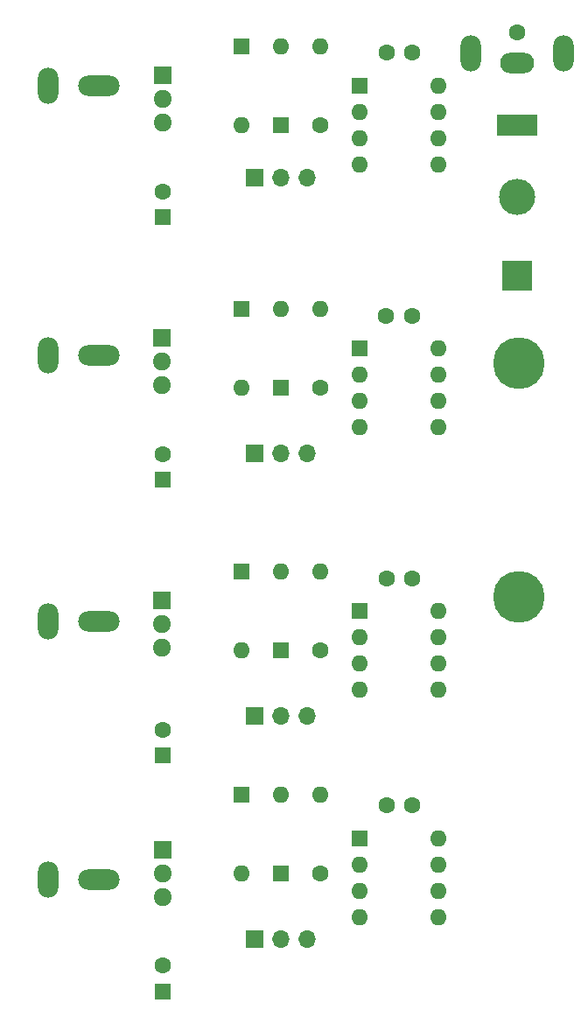
<source format=gbr>
%TF.GenerationSoftware,KiCad,Pcbnew,7.0.7*%
%TF.CreationDate,2024-08-23T02:48:45-05:00*%
%TF.ProjectId,telescope_dew_heater,74656c65-7363-46f7-9065-5f6465775f68,rev?*%
%TF.SameCoordinates,Original*%
%TF.FileFunction,Soldermask,Top*%
%TF.FilePolarity,Negative*%
%FSLAX46Y46*%
G04 Gerber Fmt 4.6, Leading zero omitted, Abs format (unit mm)*
G04 Created by KiCad (PCBNEW 7.0.7) date 2024-08-23 02:48:45*
%MOMM*%
%LPD*%
G01*
G04 APERTURE LIST*
%ADD10C,0.010000*%
%ADD11O,4.000000X2.000000*%
%ADD12O,2.000000X3.500000*%
%ADD13R,3.000000X3.000000*%
%ADD14O,3.500000X3.500000*%
%ADD15O,1.600000X1.600000*%
%ADD16R,1.600000X1.600000*%
%ADD17C,1.600000*%
%ADD18R,1.800000X1.717500*%
%ADD19O,1.800000X1.717500*%
%ADD20O,1.700000X1.700000*%
%ADD21R,1.700000X1.700000*%
%ADD22R,4.000000X2.000000*%
%ADD23O,3.300000X2.000000*%
%ADD24C,5.000000*%
G04 APERTURE END LIST*
D10*
%TO.C,J1*%
X56725000Y-47455000D03*
X56725000Y-38905000D03*
D11*
X64925000Y-43180000D03*
D12*
X60000000Y-43180000D03*
%TD*%
D10*
%TO.C,J2*%
X56725000Y-73550000D03*
X56725000Y-65000000D03*
D11*
X64925000Y-69275000D03*
D12*
X60000000Y-69275000D03*
%TD*%
D10*
%TO.C,J4*%
X56725000Y-124275000D03*
X56725000Y-115725000D03*
D11*
X64925000Y-120000000D03*
D12*
X60000000Y-120000000D03*
%TD*%
D10*
%TO.C,J3*%
X56725000Y-99275000D03*
X56725000Y-90725000D03*
D11*
X64925000Y-95000000D03*
D12*
X60000000Y-95000000D03*
%TD*%
D13*
%TO.C,SW1*%
X105410000Y-61545000D03*
D14*
X105410000Y-53925000D03*
%TD*%
D15*
%TO.C,U3*%
X97810000Y-93980000D03*
X97810000Y-96520000D03*
X97810000Y-99060000D03*
X97810000Y-101600000D03*
X90190000Y-101600000D03*
X90190000Y-99060000D03*
X90190000Y-96520000D03*
D16*
X90190000Y-93980000D03*
%TD*%
D17*
%TO.C,C5*%
X92770000Y-90805000D03*
X95270000Y-90805000D03*
%TD*%
%TO.C,R4*%
X86360000Y-119380000D03*
D15*
X86360000Y-111760000D03*
%TD*%
%TO.C,R3*%
X86370000Y-90160000D03*
D17*
X86370000Y-97780000D03*
%TD*%
D18*
%TO.C,Q4*%
X71120000Y-117090000D03*
D19*
X71120000Y-119380000D03*
X71120000Y-121670000D03*
%TD*%
D18*
%TO.C,Q3*%
X71000000Y-92960000D03*
D19*
X71000000Y-95250000D03*
X71000000Y-97540000D03*
%TD*%
D20*
%TO.C,RV3*%
X85100000Y-104130000D03*
X82560000Y-104130000D03*
D21*
X80020000Y-104130000D03*
%TD*%
%TO.C,RV4*%
X80010000Y-125730000D03*
D20*
X82550000Y-125730000D03*
X85090000Y-125730000D03*
%TD*%
D16*
%TO.C,U4*%
X90180000Y-115961000D03*
D15*
X90180000Y-118501000D03*
X90180000Y-121041000D03*
X90180000Y-123581000D03*
X97800000Y-123581000D03*
X97800000Y-121041000D03*
X97800000Y-118501000D03*
X97800000Y-115961000D03*
%TD*%
D16*
%TO.C,D8*%
X78740000Y-111760000D03*
D15*
X78740000Y-119380000D03*
%TD*%
D17*
%TO.C,C6*%
X92750000Y-112776000D03*
X95250000Y-112776000D03*
%TD*%
D16*
%TO.C,C7*%
X71120000Y-107950000D03*
D17*
X71120000Y-105450000D03*
%TD*%
D16*
%TO.C,C8*%
X71120000Y-130770000D03*
D17*
X71120000Y-128270000D03*
%TD*%
D15*
%TO.C,D5*%
X82560000Y-90160000D03*
D16*
X82560000Y-97780000D03*
%TD*%
D15*
%TO.C,D6*%
X78750000Y-97780000D03*
D16*
X78750000Y-90160000D03*
%TD*%
%TO.C,D7*%
X82550000Y-119380000D03*
D15*
X82550000Y-111760000D03*
%TD*%
D17*
%TO.C,J5*%
X105410000Y-38000000D03*
D22*
X105410000Y-47000000D03*
D23*
X105410000Y-41000000D03*
D12*
X109910000Y-40000000D03*
X100910000Y-40000000D03*
%TD*%
D21*
%TO.C,RV2*%
X80010000Y-78740000D03*
D20*
X82550000Y-78740000D03*
X85090000Y-78740000D03*
%TD*%
D16*
%TO.C,U2*%
X90180000Y-68590000D03*
D15*
X90180000Y-71130000D03*
X90180000Y-73670000D03*
X90180000Y-76210000D03*
X97800000Y-76210000D03*
X97800000Y-73670000D03*
X97800000Y-71130000D03*
X97800000Y-68590000D03*
%TD*%
D18*
%TO.C,Q2*%
X71000000Y-67560000D03*
D19*
X71000000Y-69850000D03*
X71000000Y-72140000D03*
%TD*%
D17*
%TO.C,R2*%
X86360000Y-72390000D03*
D15*
X86360000Y-64770000D03*
%TD*%
D16*
%TO.C,D4*%
X78740000Y-64770000D03*
D15*
X78740000Y-72390000D03*
%TD*%
D24*
%TO.C,F1*%
X105533321Y-69980000D03*
X105533321Y-92580000D03*
%TD*%
D16*
%TO.C,D3*%
X82550000Y-72390000D03*
D15*
X82550000Y-64770000D03*
%TD*%
D16*
%TO.C,C4*%
X71120000Y-81280000D03*
D17*
X71120000Y-78780000D03*
%TD*%
%TO.C,C2*%
X95210000Y-65415000D03*
X92710000Y-65415000D03*
%TD*%
D16*
%TO.C,U1*%
X90180000Y-43190000D03*
D15*
X90180000Y-45730000D03*
X90180000Y-48270000D03*
X90180000Y-50810000D03*
X97800000Y-50810000D03*
X97800000Y-48270000D03*
X97800000Y-45730000D03*
X97800000Y-43190000D03*
%TD*%
D21*
%TO.C,RV1*%
X80010000Y-52070000D03*
D20*
X82550000Y-52070000D03*
X85090000Y-52070000D03*
%TD*%
D17*
%TO.C,R1*%
X86360000Y-46990000D03*
D15*
X86360000Y-39370000D03*
%TD*%
D18*
%TO.C,Q1*%
X71120000Y-42160000D03*
D19*
X71120000Y-44450000D03*
X71120000Y-46740000D03*
%TD*%
D16*
%TO.C,D2*%
X78740000Y-39370000D03*
D15*
X78740000Y-46990000D03*
%TD*%
D16*
%TO.C,D1*%
X82550000Y-46990000D03*
D15*
X82550000Y-39370000D03*
%TD*%
D17*
%TO.C,C3*%
X71120000Y-53380000D03*
D16*
X71120000Y-55880000D03*
%TD*%
D17*
%TO.C,C1*%
X92760000Y-39990000D03*
X95260000Y-39990000D03*
%TD*%
M02*

</source>
